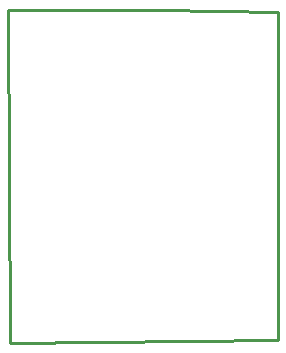
<source format=gko>
G04 Layer: BoardOutline*
G04 EasyEDA v6.3.43, 2020-06-06T15:57:54+05:30*
G04 0c4f591c9b8d4e2986bfd51771ce5363,ce87656978294113a3ba7bd55cf5f399,10*
G04 Gerber Generator version 0.2*
G04 Scale: 100 percent, Rotated: No, Reflected: No *
G04 Dimensions in millimeters *
G04 leading zeros omitted , absolute positions ,3 integer and 3 decimal *
%FSLAX33Y33*%
%MOMM*%
G90*
G71D02*

%ADD10C,0.254000*%
G54D10*
G01X0Y28194D02*
G01X12827Y28194D01*
G01X22860Y28067D01*
G01X22860Y27940D02*
G01X22860Y254D01*
G01X127Y0D01*
G01X0Y28194D01*

%LPD*%
M00*
M02*

</source>
